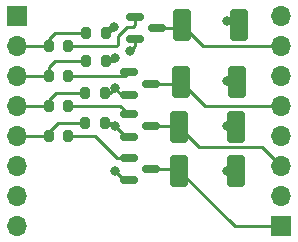
<source format=gbr>
%TF.GenerationSoftware,KiCad,Pcbnew,7.0.8-7.0.8~ubuntu22.04.1*%
%TF.CreationDate,2023-12-06T13:38:49-08:00*%
%TF.ProjectId,SolenoidDriver,536f6c65-6e6f-4696-9444-72697665722e,rev?*%
%TF.SameCoordinates,Original*%
%TF.FileFunction,Copper,L1,Top*%
%TF.FilePolarity,Positive*%
%FSLAX46Y46*%
G04 Gerber Fmt 4.6, Leading zero omitted, Abs format (unit mm)*
G04 Created by KiCad (PCBNEW 7.0.8-7.0.8~ubuntu22.04.1) date 2023-12-06 13:38:49*
%MOMM*%
%LPD*%
G01*
G04 APERTURE LIST*
G04 Aperture macros list*
%AMRoundRect*
0 Rectangle with rounded corners*
0 $1 Rounding radius*
0 $2 $3 $4 $5 $6 $7 $8 $9 X,Y pos of 4 corners*
0 Add a 4 corners polygon primitive as box body*
4,1,4,$2,$3,$4,$5,$6,$7,$8,$9,$2,$3,0*
0 Add four circle primitives for the rounded corners*
1,1,$1+$1,$2,$3*
1,1,$1+$1,$4,$5*
1,1,$1+$1,$6,$7*
1,1,$1+$1,$8,$9*
0 Add four rect primitives between the rounded corners*
20,1,$1+$1,$2,$3,$4,$5,0*
20,1,$1+$1,$4,$5,$6,$7,0*
20,1,$1+$1,$6,$7,$8,$9,0*
20,1,$1+$1,$8,$9,$2,$3,0*%
G04 Aperture macros list end*
%TA.AperFunction,SMDPad,CuDef*%
%ADD10RoundRect,0.200000X-0.200000X-0.275000X0.200000X-0.275000X0.200000X0.275000X-0.200000X0.275000X0*%
%TD*%
%TA.AperFunction,SMDPad,CuDef*%
%ADD11RoundRect,0.150000X-0.587500X-0.150000X0.587500X-0.150000X0.587500X0.150000X-0.587500X0.150000X0*%
%TD*%
%TA.AperFunction,ComponentPad*%
%ADD12R,1.700000X1.700000*%
%TD*%
%TA.AperFunction,ComponentPad*%
%ADD13O,1.700000X1.700000*%
%TD*%
%TA.AperFunction,SMDPad,CuDef*%
%ADD14RoundRect,0.250000X0.500000X1.100000X-0.500000X1.100000X-0.500000X-1.100000X0.500000X-1.100000X0*%
%TD*%
%TA.AperFunction,ViaPad*%
%ADD15C,0.800000*%
%TD*%
%TA.AperFunction,Conductor*%
%ADD16C,0.250000*%
%TD*%
G04 APERTURE END LIST*
D10*
%TO.P,R8,1*%
%TO.N,Net-(J1-Pin_2)*%
X87123000Y-46006000D03*
%TO.P,R8,2*%
%TO.N,GND*%
X88773000Y-46006000D03*
%TD*%
%TO.P,R7,1*%
%TO.N,Net-(J1-Pin_5)*%
X87059000Y-53626000D03*
%TO.P,R7,2*%
%TO.N,GND*%
X88709000Y-53626000D03*
%TD*%
%TO.P,R6,1*%
%TO.N,Net-(J1-Pin_4)*%
X87059000Y-51086000D03*
%TO.P,R6,2*%
%TO.N,GND*%
X88709000Y-51086000D03*
%TD*%
%TO.P,R5,1*%
%TO.N,Net-(J1-Pin_3)*%
X87123000Y-48419000D03*
%TO.P,R5,2*%
%TO.N,GND*%
X88773000Y-48419000D03*
%TD*%
%TO.P,R4,1*%
%TO.N,Net-(J1-Pin_5)*%
X83948000Y-54769000D03*
%TO.P,R4,2*%
%TO.N,Net-(Q3-G)*%
X85598000Y-54769000D03*
%TD*%
%TO.P,R3,1*%
%TO.N,Net-(J1-Pin_4)*%
X83948000Y-52229000D03*
%TO.P,R3,2*%
%TO.N,Net-(Q2-G)*%
X85598000Y-52229000D03*
%TD*%
%TO.P,R2,1*%
%TO.N,Net-(J1-Pin_3)*%
X83948000Y-49689000D03*
%TO.P,R2,2*%
%TO.N,Net-(Q1-G)*%
X85598000Y-49689000D03*
%TD*%
%TO.P,R1,1*%
%TO.N,Net-(J1-Pin_2)*%
X83948000Y-47149000D03*
%TO.P,R1,2*%
%TO.N,Net-(Q4-G)*%
X85598000Y-47149000D03*
%TD*%
D11*
%TO.P,Q4,1,G*%
%TO.N,Net-(Q4-G)*%
X91216000Y-44675000D03*
%TO.P,Q4,2,S*%
%TO.N,GND*%
X91216000Y-46575000D03*
%TO.P,Q4,3,D*%
%TO.N,Net-(D1-A)*%
X93091000Y-45625000D03*
%TD*%
%TO.P,Q3,1,G*%
%TO.N,Net-(Q3-G)*%
X90708000Y-56613000D03*
%TO.P,Q3,2,S*%
%TO.N,GND*%
X90708000Y-58513000D03*
%TO.P,Q3,3,D*%
%TO.N,Net-(D4-A)*%
X92583000Y-57563000D03*
%TD*%
%TO.P,Q2,1,G*%
%TO.N,Net-(Q2-G)*%
X90708000Y-52930000D03*
%TO.P,Q2,2,S*%
%TO.N,GND*%
X90708000Y-54830000D03*
%TO.P,Q2,3,D*%
%TO.N,Net-(D3-A)*%
X92583000Y-53880000D03*
%TD*%
%TO.P,Q1,1,G*%
%TO.N,Net-(Q1-G)*%
X90708000Y-49374000D03*
%TO.P,Q1,2,S*%
%TO.N,GND*%
X90708000Y-51274000D03*
%TO.P,Q1,3,D*%
%TO.N,Net-(D2-A)*%
X92583000Y-50324000D03*
%TD*%
D12*
%TO.P,J2,1,Pin_1*%
%TO.N,Net-(D4-A)*%
X103632000Y-62389000D03*
D13*
%TO.P,J2,2,Pin_2*%
%TO.N,+12V*%
X103632000Y-59849000D03*
%TO.P,J2,3,Pin_3*%
%TO.N,Net-(D3-A)*%
X103632000Y-57309000D03*
%TO.P,J2,4,Pin_4*%
%TO.N,+12V*%
X103632000Y-54769000D03*
%TO.P,J2,5,Pin_5*%
%TO.N,Net-(D2-A)*%
X103632000Y-52229000D03*
%TO.P,J2,6,Pin_6*%
%TO.N,+12V*%
X103632000Y-49689000D03*
%TO.P,J2,7,Pin_7*%
%TO.N,Net-(D1-A)*%
X103632000Y-47149000D03*
%TO.P,J2,8,Pin_8*%
%TO.N,+12V*%
X103632000Y-44609000D03*
%TD*%
D12*
%TO.P,J1,1,Pin_1*%
%TO.N,+12V*%
X81280000Y-44624000D03*
D13*
%TO.P,J1,2,Pin_2*%
%TO.N,Net-(J1-Pin_2)*%
X81280000Y-47164000D03*
%TO.P,J1,3,Pin_3*%
%TO.N,Net-(J1-Pin_3)*%
X81280000Y-49704000D03*
%TO.P,J1,4,Pin_4*%
%TO.N,Net-(J1-Pin_4)*%
X81280000Y-52244000D03*
%TO.P,J1,5,Pin_5*%
%TO.N,Net-(J1-Pin_5)*%
X81280000Y-54784000D03*
%TO.P,J1,6,Pin_6*%
%TO.N,GND*%
X81280000Y-57324000D03*
%TO.P,J1,7,Pin_7*%
X81280000Y-59864000D03*
%TO.P,J1,8,Pin_8*%
X81280000Y-62404000D03*
%TD*%
D14*
%TO.P,D4,1,K*%
%TO.N,+12V*%
X99809000Y-57690000D03*
%TO.P,D4,2,A*%
%TO.N,Net-(D4-A)*%
X95009000Y-57690000D03*
%TD*%
%TO.P,D3,1,K*%
%TO.N,+12V*%
X99796000Y-54007000D03*
%TO.P,D3,2,A*%
%TO.N,Net-(D3-A)*%
X94996000Y-54007000D03*
%TD*%
%TO.P,D2,1,K*%
%TO.N,+12V*%
X99936000Y-50197000D03*
%TO.P,D2,2,A*%
%TO.N,Net-(D2-A)*%
X95136000Y-50197000D03*
%TD*%
%TO.P,D1,1,K*%
%TO.N,+12V*%
X100063000Y-45371000D03*
%TO.P,D1,2,A*%
%TO.N,Net-(D1-A)*%
X95263000Y-45371000D03*
%TD*%
D15*
%TO.N,+12V*%
X99060000Y-44990000D03*
X99060000Y-50070000D03*
X99060000Y-53880000D03*
X99060000Y-57690000D03*
%TO.N,GND*%
X89535000Y-57690000D03*
X89535000Y-53880000D03*
X89535000Y-50705000D03*
X89467200Y-45557200D03*
X89535000Y-48165000D03*
X90805000Y-47530000D03*
%TD*%
D16*
%TO.N,Net-(D1-A)*%
X93091000Y-45625000D02*
X95009000Y-45625000D01*
X95009000Y-45625000D02*
X95263000Y-45371000D01*
X103632000Y-47149000D02*
X97041000Y-47149000D01*
X97041000Y-47149000D02*
X95263000Y-45371000D01*
%TO.N,Net-(D2-A)*%
X103632000Y-52229000D02*
X97168000Y-52229000D01*
X97168000Y-52229000D02*
X95136000Y-50197000D01*
%TO.N,Net-(D3-A)*%
X103632000Y-57309000D02*
X102005000Y-55682000D01*
X102005000Y-55682000D02*
X96671000Y-55682000D01*
X96671000Y-55682000D02*
X94996000Y-54007000D01*
%TO.N,Net-(D4-A)*%
X103632000Y-62389000D02*
X99708000Y-62389000D01*
X99708000Y-62389000D02*
X95009000Y-57690000D01*
%TO.N,+12V*%
X99441000Y-45371000D02*
X99060000Y-44990000D01*
X100063000Y-45371000D02*
X99441000Y-45371000D01*
X99187000Y-50197000D02*
X99060000Y-50070000D01*
X99936000Y-50197000D02*
X99187000Y-50197000D01*
X99187000Y-54007000D02*
X99060000Y-53880000D01*
X99796000Y-54007000D02*
X99187000Y-54007000D01*
X99809000Y-57690000D02*
X99060000Y-57690000D01*
%TO.N,Net-(D4-A)*%
X92583000Y-57563000D02*
X94882000Y-57563000D01*
X94882000Y-57563000D02*
X95009000Y-57690000D01*
%TO.N,Net-(D3-A)*%
X92583000Y-53880000D02*
X94869000Y-53880000D01*
X94869000Y-53880000D02*
X94996000Y-54007000D01*
%TO.N,Net-(D2-A)*%
X92583000Y-50324000D02*
X95009000Y-50324000D01*
X95009000Y-50324000D02*
X95136000Y-50197000D01*
%TO.N,GND*%
X90358000Y-58513000D02*
X89535000Y-57690000D01*
X90708000Y-58513000D02*
X90358000Y-58513000D01*
X90708000Y-54830000D02*
X90485000Y-54830000D01*
X90485000Y-54830000D02*
X89535000Y-53880000D01*
X89281000Y-53626000D02*
X89535000Y-53880000D01*
X88709000Y-53626000D02*
X89281000Y-53626000D01*
X90708000Y-51274000D02*
X90104000Y-51274000D01*
X90104000Y-51274000D02*
X89535000Y-50705000D01*
X89154000Y-51086000D02*
X89535000Y-50705000D01*
X88709000Y-51086000D02*
X89154000Y-51086000D01*
X89018400Y-46006000D02*
X89467200Y-45557200D01*
X88773000Y-46006000D02*
X89018400Y-46006000D01*
X89281000Y-48419000D02*
X89535000Y-48165000D01*
X88773000Y-48419000D02*
X89281000Y-48419000D01*
X91216000Y-47119000D02*
X90805000Y-47530000D01*
X91216000Y-46575000D02*
X91216000Y-47119000D01*
%TO.N,Net-(Q3-G)*%
X90708000Y-56613000D02*
X89728000Y-56613000D01*
X89728000Y-56613000D02*
X87884000Y-54769000D01*
X87884000Y-54769000D02*
X85598000Y-54769000D01*
%TO.N,Net-(Q2-G)*%
X90708000Y-52930000D02*
X90007000Y-52229000D01*
X90007000Y-52229000D02*
X85598000Y-52229000D01*
%TO.N,Net-(Q1-G)*%
X90708000Y-49374000D02*
X90393000Y-49689000D01*
X90393000Y-49689000D02*
X85598000Y-49689000D01*
%TO.N,Net-(Q4-G)*%
X89789000Y-47022000D02*
X89662000Y-47149000D01*
X89789000Y-46260000D02*
X89789000Y-47022000D01*
X91216000Y-45341000D02*
X91059000Y-45498000D01*
X91216000Y-44675000D02*
X91216000Y-45341000D01*
X91059000Y-45498000D02*
X90551000Y-45498000D01*
X90551000Y-45498000D02*
X89789000Y-46260000D01*
X89662000Y-47149000D02*
X85598000Y-47149000D01*
%TO.N,Net-(J1-Pin_5)*%
X83948000Y-54769000D02*
X83948000Y-54387000D01*
X83948000Y-54387000D02*
X84709000Y-53626000D01*
X84709000Y-53626000D02*
X87059000Y-53626000D01*
%TO.N,Net-(J1-Pin_4)*%
X83948000Y-51720000D02*
X84582000Y-51086000D01*
X83948000Y-52229000D02*
X83948000Y-51720000D01*
X84582000Y-51086000D02*
X87059000Y-51086000D01*
%TO.N,Net-(J1-Pin_2)*%
X83948000Y-46513000D02*
X84455000Y-46006000D01*
X83948000Y-47149000D02*
X83948000Y-46513000D01*
X84455000Y-46006000D02*
X87123000Y-46006000D01*
%TO.N,Net-(J1-Pin_3)*%
X83948000Y-49689000D02*
X83948000Y-48926000D01*
X83948000Y-48926000D02*
X84455000Y-48419000D01*
X84455000Y-48419000D02*
X87123000Y-48419000D01*
%TO.N,Net-(J1-Pin_5)*%
X81280000Y-54784000D02*
X83933000Y-54784000D01*
X83933000Y-54784000D02*
X83948000Y-54769000D01*
%TO.N,Net-(J1-Pin_4)*%
X81280000Y-52244000D02*
X83933000Y-52244000D01*
X83933000Y-52244000D02*
X83948000Y-52229000D01*
%TO.N,Net-(J1-Pin_3)*%
X81280000Y-49704000D02*
X83933000Y-49704000D01*
X83933000Y-49704000D02*
X83948000Y-49689000D01*
%TO.N,Net-(J1-Pin_2)*%
X81280000Y-47164000D02*
X83933000Y-47164000D01*
X83933000Y-47164000D02*
X83948000Y-47149000D01*
%TD*%
M02*

</source>
